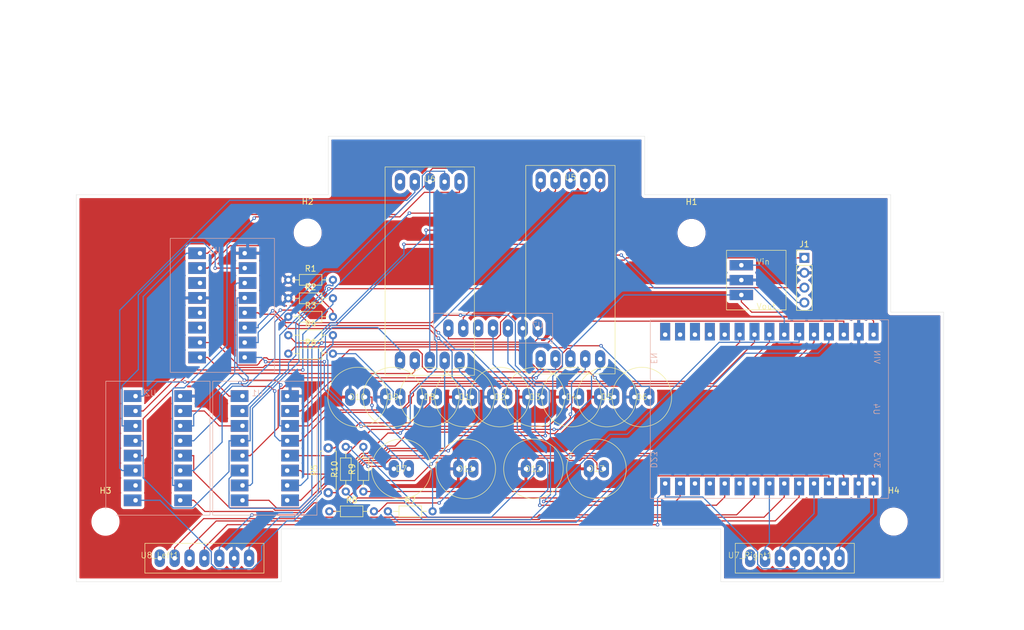
<source format=kicad_pcb>
(kicad_pcb (version 20240108) (generator "pcbnew") (generator_version "8.0")
  (layers (0 "F.Cu" signal) (31 "B.Cu" signal) (34 "B.Paste" user) (35 "F.Paste" user) (36 "B.SilkS" user "B.Silkscreen") (37 "F.SilkS" user "F.Silkscreen") (38 "B.Mask" user) (39 "F.Mask" user) (44 "Edge.Cuts" user))
  (net 0 "")
  (net 1 "GND")
  (net 2 "Net-(D1-A)")
  (net 3 "Net-(D2-A)")
  (net 4 "Net-(D3-A)")
  (net 5 "Net-(D4-A)")
  (net 6 "Net-(D5-A)")
  (net 7 "Net-(D6-A)")
  (net 8 "Net-(D7-A)")
  (net 9 "Net-(D8-A)")
  (net 10 "Net-(D9-A)")
  (net 11 "Net-(D10-A)")
  (net 12 "Net-(D11-A)")
  (net 13 "Net-(D12-A)")
  (net 14 "Net-(D13-A)")
  (net 15 "Net-(J1-Pin_3)")
  (net 16 "+12V")
  (net 17 "Net-(J1-Pin_1)")
  (net 18 "Net-(U1-R-EXT)")
  (net 19 "Net-(U2-R-EXT)")
  (net 20 "Net-(U3-R-EXT)")
  (net 21 "+3.3V")
  (net 22 "Net-(U4-D14)")
  (net 23 "Net-(U4-D13)")
  (net 24 "Net-(U4-D12)")
  (net 25 "Net-(U4-D2)")
  (net 26 "Net-(U4-D15)")
  (net 27 "Net-(U4-D27)")
  (net 28 "Net-(U1-~{OUT1})")
  (net 29 "Net-(U1-SDO)")
  (net 30 "+5V")
  (net 31 "Net-(U1-~{OUT2})")
  (net 32 "Net-(U1-CLK)")
  (net 33 "Net-(U1-~{OUT6})")
  (net 34 "Net-(U1-~{OUT3})")
  (net 35 "Net-(U1-~{OUT4})")
  (net 36 "Net-(U1-~{OE}(ED2))")
  (net 37 "Net-(U1-LE(ED1))")
  (net 38 "Net-(U1-~{OUT5})")
  (net 39 "Net-(U1-~{OUT0})")
  (net 40 "Net-(U1-SDI)")
  (net 41 "Net-(U2-~{OUT0})")
  (net 42 "Net-(U2-~{OUT2})")
  (net 43 "Net-(U2-~{OUT5})")
  (net 44 "Net-(U2-~{OUT7})")
  (net 45 "Net-(U2-SDO)")
  (net 46 "Net-(U1-~{OUT7})")
  (net 47 "Net-(U2-~{OUT3})")
  (net 48 "Net-(U2-~{OUT4})")
  (net 49 "Net-(U2-~{OUT1})")
  (net 53 "Net-(U4-TX2)")
  (net 54 "Net-(U4-D4)")
  (net 57 "Net-(U4-RX2)")
  (net 61 "Net-(U4-D23)")
  (net 62 "Net-(U4-D21)")
  (net 65 "Net-(U4-D18)")
  (net 66 "Net-(U4-D22)")
  (net 67 "Net-(U4-D5)")
  (net 69 "Net-(U2-~{OUT6})")
  (footprint "LED Custom:LED 5mm Vertical" (layer "F.Cu") (at 163.52 111.5)
    (property "Reference" "D4")
    (property "Value" "LED")
  )
  (footprint "LED Custom:LED 5mm Vertical" (layer "F.Cu") (at 151.27 111.5)
    (property "Reference" "D2")
    (property "Value" "LED")
  )
  (footprint "Resistor_THT:R_Axial_DIN0204_L3.6mm_D1.6mm_P7.62mm_Horizontal" (layer "F.Cu") (at 125 127.62 90)
    (property "Reference" "R10")
    (property "Value" "R")
  )
  (footprint "Connector_PinHeader_2.54mm:PinHeader_1x04_P2.54mm_Vertical" (layer "F.Cu") (at 203.25 87.75)
    (property "Reference" "J1")
    (property "Value" "Conn_01x04_Pin")
  )
  (footprint "Voltage Regulators:V78-1500 Tall" (layer "F.Cu") (at 192.5 86.46)
    (property "Reference" "U8" (hide yes))
    (property "Value" "~")
  )
  (footprint "LED Custom:LED 5mm Vertical" (layer "F.Cu") (at 145.27 111.5)
    (property "Reference" "D1")
    (property "Value" "LED")
  )
  (footprint "Resistor_THT:R_Axial_DIN0207_L6.3mm_D2.5mm_P7.62mm_Horizontal" (layer "F.Cu") (at 122 127.81 90)
    (property "Reference" "R5")
    (property "Value" "R")
  )
  (footprint "LED Custom:LED 5mm Vertical" (layer "F.Cu") (at 175.52 111.5)
    (property "Reference" "D6")
    (property "Value" "LED")
  )
  (footprint "LED Custom:LED 5mm Vertical" (layer "F.Cu") (at 167.77 123.75)
    (property "Reference" "D13")
    (property "Value" "LED")
  )
  (footprint "LED Custom:LED 5mm Vertical" (layer "F.Cu") (at 133.02 111.5)
    (property "Reference" "D9")
    (property "Value" "LED")
  )
  (footprint "Resistor_THT:R_Axial_DIN0204_L3.6mm_D1.6mm_P7.62mm_Horizontal" (layer "F.Cu") (at 115.19 94.65)
    (property "Reference" "R2")
    (property "Value" "R_US")
  )
  (footprint "7 segment led:baja 7 segment" (layer "F.Cu") (at 163.33 74.52)
    (property "Reference" "U5")
    (property "Value" "~")
  )
  (footprint "LED Custom:LED 5mm Vertical" (layer "F.Cu") (at 157.27 111.5)
    (property "Reference" "D3")
    (property "Value" "LED")
  )
  (footprint "Resistor_THT:R_Axial_DIN0204_L3.6mm_D1.6mm_P7.62mm_Horizontal" (layer "F.Cu") (at 115.19 97.8)
    (property "Reference" "R3")
    (property "Value" "R_US")
  )
  (footprint "MountingHole:MountingHole_4.3mm_M4" (layer "F.Cu") (at 184 83.5)
    (property "Reference" "H1")
    (property "Value" "MountingHole")
  )
  (footprint "Resistor_THT:R_Axial_DIN0204_L3.6mm_D1.6mm_P7.62mm_Horizontal" (layer "F.Cu") (at 115.19 91.5)
    (property "Reference" "R1")
    (property "Value" "R_US")
  )
  (footprint "LED Custom:LED 5mm Vertical" (layer "F.Cu") (at 157.02 123.75)
    (property "Reference" "D12")
    (property "Value" "LED")
  )
  (footprint "LED Custom:LED 5mm Vertical" (layer "F.Cu") (at 145.48 123.75)
    (property "Reference" "D11")
    (property "Value" "LED")
  )
  (footprint "Resistor_THT:R_Axial_DIN0204_L3.6mm_D1.6mm_P7.62mm_Horizontal" (layer "F.Cu") (at 115.19 100.95)
    (property "Reference" "R4")
    (property "Value" "R")
  )
  (footprint "LED Custom:LED 5mm Vertical" (layer "F.Cu") (at 139.27 111.5)
    (property "Reference" "D8")
    (property "Value" "LED")
  )
  (footprint "LED Custom:LED 5mm Vertical" (layer "F.Cu") (at 134.48 123.75)
    (property "Reference" "D7")
    (property "Value" "LED")
  )
  (footprint "7 segment led:baja 7 segment" (layer "F.Cu") (at 139.33 74.77)
    (property "Reference" "U6")
    (property "Value" "~")
  )
  (footprint "Resistor_THT:R_Axial_DIN0204_L3.6mm_D1.6mm_P7.62mm_Horizontal" (layer "F.Cu") (at 115.19 104.1)
    (property "Reference" "R6")
    (property "Value" "R")
  )
  (footprint "Custom Connectors:1x7 Connectors" (layer "F.Cu") (at 93.26 139)
    (property "Reference" "U8_Left1")
    (property "Value" "~")
  )
  (footprint "Resistor_THT:R_Axial_DIN0204_L3.6mm_D1.6mm_P7.62mm_Horizontal" (layer "F.Cu") (at 128 127.62 90)
    (property "Reference" "R9")
    (property "Value" "R")
  )
  (footprint "MountingHole:MountingHole_4.3mm_M4" (layer "F.Cu") (at 83.9972 132.7648)
    (property "Reference" "H3")
    (property "Value" "MountingHole")
  )
  (footprint "LED Custom:LED 5mm Vertical" (layer "F.Cu") (at 127.02 111.5)
    (property "Reference" "D10")
    (property "Value" "LED")
  )
  (footprint "MountingHole:MountingHole_4.3mm_M4" (layer "F.Cu") (at 218.5 132.75)
    (property "Reference" "H4")
    (property "Value" "MountingHole")
  )
  (footprint "Custom Connectors:1x7 Connectors" (layer "F.Cu") (at 194 139)
    (property "Reference" "U7_Right1")
    (property "Value" "~")
  )
  (footprint "Resistor_THT:R_Axial_DIN0204_L3.6mm_D1.6mm_P7.62mm_Horizontal" (layer "F.Cu") (at 132.19 131)
    (property "Reference" "R7")
    (property "Value" "R")
  )
  (footprint "MountingHole:MountingHole_4.3mm_M4" (layer "F.Cu") (at 118.5 83.4523)
    (property "Reference" "H2")
    (property "Value" "MountingHole")
  )
  (footprint "LED Custom:LED 5mm Vertical" (layer "F.Cu") (at 169.52 111.5)
    (property "Reference" "D5")
    (property "Value" "LED")
  )
  (footprint "Resistor_THT:R_Axial_DIN0204_L3.6mm_D1.6mm_P7.62mm_Horizontal" (layer "F.Cu") (at 122.19 131)
    (property "Reference" "R8")
    (property "Value" "R")
  )
  (footprint "Custom DIP:DIP 16" (layer "B.Cu") (at 91.67 111.34 180)
    (property "Reference" "U2")
    (property "Value" "TLC5917")
  )
  (footprint "ESP 32:ESP 32 BAJA" (layer "B.Cu") (at 215.06 113.55 90)
    (property "Reference" "U4")
    (property "Value" "~")
  )
  (footprint "Custom Connectors:1x7 Connectors" (layer "B.Cu") (at 157.75 99.75 180)
    (property "Reference" "U7")
    (property "Value" "~")
  )
  (footprint "Custom DIP:DIP 16" (layer "B.Cu") (at 102.67 86.96 180)
    (property "Reference" "U3")
    (property "Value" "TLC5917")
  )
  (footprint "Custom DIP:DIP 16" (layer "B.Cu") (at 109.92 111.34 180)
    (property "Reference" "U1")
    (property "Value" "TLC5917")
  )
  (gr_line (start 218 97) (end 218 77) (stroke (width 0.05)) (layer "Edge.Cuts"))
  (gr_line (start 114 143) (end 114 134) (stroke (width 0.05)) (layer "Edge.Cuts"))
  (gr_line (start 227 143) (end 227 97) (stroke (width 0.05)) (layer "Edge.Cuts"))
  (gr_line (start 218 77) (end 176 77) (stroke (width 0.05)) (layer "Edge.Cuts"))
  (gr_line (start 114 134) (end 189 134) (stroke (width 0.05)) (layer "Edge.Cuts"))
  (gr_line (start 176 77) (end 176 67) (stroke (width 0.05)) (layer "Edge.Cuts"))
  (gr_line (start 122 77) (end 79 77) (stroke (width 0.05)) (layer "Edge.Cuts"))
  (gr_line (start 189 143) (end 227 143) (stroke (width 0.05)) (layer "Edge.Cuts"))
  (gr_line (start 79 143) (end 114 143) (stroke (width 0.05)) (layer "Edge.Cuts"))
  (gr_line (start 227 97) (end 218 97) (stroke (width 0.05)) (layer "Edge.Cuts"))
  (gr_line (start 122 67) (end 122 77) (stroke (width 0.05)) (layer "Edge.Cuts"))
  (gr_line (start 189 134) (end 189 143) (stroke (width 0.05)) (layer "Edge.Cuts"))
  (gr_line (start 176 67) (end 122 67) (stroke (width 0.05)) (layer "Edge.Cuts"))
  (gr_line (start 79 77) (end 79 143) (stroke (width 0.05)) (layer "Edge.Cuts"))
  (segment (start 110.0517 97.12) (end 110.3047 97.373) (width 0.2) (layer "F.Cu") (net 2))
  (segment (start 139.1619 99.8048) (end 140.8097 101.4526) (width 0.2) (layer "F.Cu") (net 2))
  (segment (start 110.3047 97.373) (end 112.7747 97.373) (width 0.2) (layer "F.Cu") (net 2))
  (segment (start 112.7765 97.3712) (end 112.7766 97.3712) (width 0.2) (layer "F.Cu") (net 2))
  (segment (start 112.7766 97.3712) (end 115.2102 99.8048) (width 0.2) (layer "F.Cu") (net 2))
  (segment (start 107.75 97.12) (end 110.0517 97.12) (width 0.2) (layer "F.Cu") (net 2))
  (segment (start 115.2102 99.8048) (end 139.1619 99.8048) (width 0.2) (layer "F.Cu") (net 2))
  (segment (start 112.7747 97.373) (end 112.7765 97.3712) (width 0.2) (layer "F.Cu") (net 2))
  (via (at 140.8097 101.4526) (size 0.6) (drill 0.3) (layers "F.Cu" "B.Cu") (net 2))
  (segment (start 143.14 103.7829) (end 140.8097 101.4526) (width 0.2) (layer "B.Cu") (net 2))
  (segment (start 143.14 108.1) (end 143.14 103.7829) (width 0.2) (layer "B.Cu") (net 2))
  (segment (start 145.3633 111.5) (end 145.3633 110.3233) (width 0.2) (layer "B.Cu") (net 2))
  (segment (start 145.3633 110.3233) (end 143.14 108.1) (width 0.2) (layer "B.Cu") (net 2))
  (segment (start 146.54 111.5) (end 145.3633 111.5) (width 0.2) (layer "B.Cu") (net 2))
  (segment (start 113.0934 97.12) (end 114.7751 98.8017) (width 0.2) (layer "F.Cu") (net 3))
  (segment (start 116.483 98.8017) (end 116.98 99.2987) (width 0.2) (layer "F.Cu") (net 3))
  (segment (start 139.5817 99.2987) (end 140.8075 100.5245) (width 0.2) (layer "F.Cu") (net 3))
  (segment (start 116.98 99.2987) (end 139.5817 99.2987) (width 0.2) (layer "F.Cu") (net 3))
  (segment (start 114.7751 98.8017) (end 116.483 98.8017) (width 0.2) (layer "F.Cu") (net 3))
  (segment (start 113.0934 97.02) (end 113.0934 97.12) (width 0.2) (layer "F.Cu") (net 3))
  (segment (start 112.8447 96.7713) (end 113.0934 97.02) (width 0.2) (layer "F.Cu") (net 3))
  (segment (start 112.5255 96.7713) (end 112.8447 96.7713) (width 0.2) (layer "F.Cu") (net 3))
  (via (at 140.8075 100.5245) (size 0.6) (drill 0.3) (layers "F.Cu" "B.Cu") (net 3))
  (via (at 112.5255 96.7713) (size 0.6) (drill 0.3) (layers "F.Cu" "B.Cu") (net 3))
  (segment (start 107.75 99.66) (end 110.0517 99.66) (width 0.2) (layer "B.Cu") (net 3))
  (segment (start 110.0517 99.2451) (end 112.5255 96.7713) (width 0.2) (layer "B.Cu") (net 3))
  (segment (start 152.54 111.5) (end 152.54 109.6983) (width 0.2) (layer "B.Cu") (net 3))
  (segment (start 110.0517 99.66) (end 110.0517 99.2451) (width 0.2) (layer "B.Cu") (net 3))
  (segment (start 143.6424 103.3594) (end 146.2011 103.3594) (width 0.2) (layer "B.Cu") (net 3))
  (segment (start 146.2011 103.3594) (end 152.54 109.6983) (width 0.2) (layer "B.Cu") (net 3))
  (segment (start 140.8075 100.5245) (end 143.6424 103.3594) (width 0.2) (layer "B.Cu") (net 3))
  (segment (start 144.5787 97.5465) (end 140.9073 97.5465) (width 0.2) (layer "F.Cu") (net 4))
  (segment (start 139.6509 98.8029) (end 118.5925 98.8029) (width 0.2) (layer "F.Cu") (net 4))
  (segment (start 116.4488 96.6592) (end 113.847 96.6592) (width 0.2) (layer "F.Cu") (net 4))
  (segment (start 140.9073 97.5465) (end 139.6509 98.8029) (width 0.2) (layer "F.Cu") (net 4))
  (segment (start 118.5925 98.8029) (end 116.4488 96.6592) (width 0.2) (layer "F.Cu") (net 4))
  (via (at 113.847 96.6592) (size 0.6) (drill 0.3) (layers "F.Cu" "B.Cu") (net 4))
  (via (at 144.5787 97.5465) (size 0.6) (drill 0.3) (layers "F.Cu" "B.Cu") (net 4))
  (segment (start 110.0517 100.4545) (end 113.847 96.6592) (width 0.2) (layer "B.Cu") (net 4))
  (segment (start 153.94 98.712) (end 153.94 106.1249) (width 0.2) (layer "B.Cu") (net 4))
  (segment (start 144.5787 97.5465) (end 152.7745 97.5465) (width 0.2) (layer "B.Cu") (net 4))
  (segment (start 157.5134 109.6983) (end 158.54 109.6983) (width 0.2) (layer "B.Cu") (net 4))
  (segment (start 158.54 111.5) (end 158.54 109.6983) (width 0.2) (layer "B.Cu") (net 4))
  (segment (start 107.75 102.2) (end 110.0517 102.2) (width 0.2) (layer "B.Cu") (net 4))
  (segment (start 110.0517 102.2) (end 110.0517 100.4545) (width 0.2) (layer "B.Cu") (net 4))
  (segment (start 152.7745 97.5465) (end 153.94 98.712) (width 0.2) (layer "B.Cu") (net 4))
  (segment (start 153.94 106.1249) (end 157.5134 109.6983) (width 0.2) (layer "B.Cu") (net 4))
  (segment (start 111.3878 105.5264) (end 121.2938 105.5264) (width 0.2) (layer "F.Cu") (net 5))
  (segment (start 121.2938 105.5264) (end 121.3443 105.4759) (width 0.2) (layer "F.Cu") (net 5))
  (segment (start 127.6198 116.4954) (end 159.5914 116.4954) (width 0.2) (layer "F.Cu") (net 5))
  (segment (start 111.3264 105.465) (end 111.3878 105.5264) (width 0.2) (layer "F.Cu") (net 5))
  (segment (start 159.5914 116.4954) (end 163.6133 112.4735) (width 0.2) (layer "F.Cu") (net 5))
  (segment (start 163.6133 112.4735) (end 163.6133 111.5) (width 0.2) (layer "F.Cu") (net 5))
  (segment (start 164.79 111.5) (end 163.6133 111.5) (width 0.2) (layer "F.Cu") (net 5))
  (via (at 127.6198 116.4954) (size 0.6) (drill 0.3) (layers "F.Cu" "B.Cu") (net 5))
  (via (at 111.3264 105.465) (size 0.6) (drill 0.3) (layers "F.Cu" "B.Cu") (net 5))
  (via (at 121.3443 105.4759) (size 0.6) (drill 0.3) (layers "F.Cu" "B.Cu") (net 5))
  (segment (start 121.3443 110.2199) (end 127.6198 116.4954) (width 0.2) (layer "B.Cu") (net 5))
  (segment (start 121.3443 105.4759) (end 121.3443 110.2199) (width 0.2) (layer "B.Cu") (net 5))
  (segment (start 107.75 104.74) (end 110.6014 104.74) (width 0.2) (layer "B.Cu") (net 5))
  (segment (start 110.6014 104.74) (end 111.3264 105.465) (width 0.2) (layer "B.Cu") (net 5))
  (segment (start 100.13 104.74) (end 101.4317 104.74) (width 0.2) (layer "F.Cu") (net 6))
  (segment (start 138.06 104.1522) (end 138.06 106.3257) (width 0.2) (layer "F.Cu") (net 6))
  (segment (start 137.3487 103.4409) (end 138.06 104.1522) (width 0.2) (layer "F.Cu") (net 6))
  (segment (start 103.1456 106.4539) (end 110.91 106.4539) (width 0.2) (layer "F.Cu") (net 6))
  (segment (start 166.5468 107.2034) (end 167.5348 108.1914) (width 0.2) (layer "F.Cu") (net 6))
  (segment (start 138.06 106.3257) (end 138.9377 107.2034) (width 0.2) (layer "F.Cu") (net 6))
  (segment (start 110.91 106.4539) (end 111.2863 106.0776) (width 0.2) (layer "F.Cu") (net 6))
  (segment (start 138.9377 107.2034) (end 166.5468 107.2034) (width 0.2) (layer "F.Cu") (net 6))
  (segment (start 125.6118 103.4409) (end 137.3487 103.4409) (width 0.2) (layer "F.Cu") (net 6))
  (segment (start 101.4317 104.74) (end 103.1456 106.4539) (width 0.2) (layer "F.Cu") (net 6))
  (segment (start 111.2863 106.0776) (end 122.9751 106.0776) (width 0.2) (layer "F.Cu") (net 6))
  (segment (start 122.9751 106.0776) (end 125.6118 103.4409) (width 0.2) (layer "F.Cu") (net 6))
  (via (at 167.5348 108.1914) (size 0.6) (drill 0.3) (layers "F.Cu" "B.Cu") (net 6))
  (segment (start 170.79 111.5) (end 169.6133 111.5) (width 0.2) (layer "B.Cu") (net 6))
  (segment (start 169.6133 110.2699) (end 167.5348 108.1914) (width 0.2) (layer "B.Cu") (net 6))
  (segment (start 169.6133 111.5) (end 169.6133 110.2699) (width 0.2) (layer "B.Cu") (net 6))
  (segment (start 102.7834 102.2001) (end 102.7834 102.2) (width 0.2) (layer "F.Cu") (net 7))
  (segment (start 111.0159 104.8019) (end 110.2869 105.5309) (width 0.2) (layer "F.Cu") (net 7))
  (segment (start 111.5142 104.8019) (end 111.0159 104.8019) (width 0.2) (layer "F.Cu") (net 7))
  (segment (start 102.7834 102.2) (end 100.13 102.2) (width 0.2) (layer "F.Cu") (net 7))
  (segment (start 106.625 106.0417) (end 102.7834 102.2001) (width 0.2) (layer "F.Cu") (net 7))
  (segment (start 158.9297 103.0764) (end 158.7884 102.9351) (width 0.2) (layer "F.Cu") (net 7))
  (segment (start 109.9039 106.0417) (end 106.625 106.0417) (width 0.2) (layer "F.Cu") (net 7))
  (segment (start 110.2869 105.6587) (end 109.9039 106.0417) (width 0.2) (layer "F.Cu") (net 7))
  (segment (start 122.5268 102.9351) (end 120.3602 105.1017) (width 0.2) (layer "F.Cu") (net 7))
  (segment (start 158.7884 102.9351) (end 122.5268 102.9351) (width 0.2) (layer "F.Cu") (net 7))
  (segment (start 120.3602 105.1017) (end 111.814 105.1017) (width 0.2) (layer "F.Cu") (net 7))
  (segment (start 111.814 105.1017) (end 111.5142 104.8019) (width 0.2) (layer "F.Cu") (net 7))
  (segment (start 162.378 103.0764) (end 158.9297 103.0764) (width 0.2) (layer "F.Cu") (net 7))
  (segment (start 110.2869 105.5309) (end 110.2869 105.6587) (width 0.2) (layer "F.Cu") (net 7))
  (segment (start 162.7075 102.7469) (end 162.378 103.0764) (width 0.2) (layer "F.Cu") (net 7))
  (segment (start 168.5547 102.7469) (end 162.7075 102.7469) (width 0.2) (layer "F.Cu") (net 7))
  (via (at 168.5547 102.7469) (size 0.6) (drill 0.3) (layers "F.Cu" "B.Cu") (net 7))
  (segment (start 176.79 111.5) (end 176.79 109.6983) (width 0.2) (layer "B.Cu") (net 7))
  (segment (start 175.5061 109.6983) (end 168.5547 102.7469) (width 0.2) (layer "B.Cu") (net 7))
  (segment (start 176.79 109.6983) (end 175.5061 109.6983) (width 0.2) (layer "B.Cu") (net 7))
  (segment (start 134.5733 123.75) (end 134.5733 122.598) (width 0.2) (layer "B.Cu") (net 8))
  (segment (start 122.81 102.5197) (end 122.81 101.9517) (width 0.2) (layer "B.Cu") (net 8))
  (segment (start 121.946 105.2267) (end 121.7902 105.0709) (width 0.2) (layer "B.Cu") (net 8))
  (segment (start 121.7902 105.0709) (end 121.7902 103.5395) (width 0.2) (layer "B.Cu") (net 8))
  (segment (start 135.75 123.75) (end 134.5733 123.75) (width 0.2) (layer "B.Cu") (net 8))
  (segment (start 127.869 115.8937) (end 127.8416 115.8937) (width 0.2) (layer "B.Cu") (net 8))
  (segment (start 121.7902 103.5395) (end 122.81 102.5197) (width 0.2) (layer "B.Cu") (net 8))
  (segment (start 127.8416 115.8937) (end 121.946 109.9981) (width 0.2) (layer "B.Cu") (net 8))
  (segment (start 134.5733 122.598) (end 127.869 115.8937) (width 0.2) (layer "B.Cu") (net 8))
  (segment (start 122.81 100.95) (end 122.81 101.9517) (width 0.2) (layer "B.Cu") (net 8))
  (segment (start 121.946 109.9981) (end 121.946 105.2267) (width 0.2) (layer "B.Cu") (net 8))
  (segment (start 135.9431 115.8937) (end 127.3707 115.8937) (width 0.2) (layer "F.Cu") (net 9))
  (segment (start 123.1017 120.1627) (end 123.1017 120.19) (width 0.2) (layer "F.Cu") (net 9))
  (segment (start 127.3707 115.8937) (end 123.1017 120.1627) (width 0.2) (layer "F.Cu") (net 9))
  (segment (start 139.3633 112.4735) (end 135.9431 115.8937) (width 0.2) (layer "F.Cu") (net 9))
  (segment (start 140.54 111.5) (end 139.3633 111.5) (width 0.2) (layer "F.Cu") (net 9))
  (segment (start 122 120.19) (end 123.1017 120.19) (width 0.2) (layer "F.Cu") (net 9))
  (segment (start 139.3633 111.5) (end 139.3633 112.4735) (width 0.2) (layer "F.Cu") (net 9))
  (segment (start 133.1133 110.5265) (end 133.1133 111.5) (width 0.2) (layer "B.Cu") (net 10))
  (segment (start 126.6868 104.1) (end 133.1133 110.5265) (width 0.2) (layer "B.Cu") (net 10))
  (segment (start 122.81 104.1) (end 126.6868 104.1) (width 0.2) (layer "B.Cu") (net 10))
  (segment (start 134.29 111.5) (end 133.1133 111.5) (width 0.2) (layer "B.Cu") (net 10))
  (segment (start 128.29 111.5) (end 129.4667 111.5) (width 0.2) (layer "F.Cu") (net 11))
  (segment (start 129.4667 112.9092) (end 129.4667 111.5) (width 0.2) (layer "F.Cu") (net 11))
  (via (at 129.4667 112.9092) (size 0.6) (drill 0.3) (layers "F.Cu" "B.Cu") (net 11))
  (segment (start 139.81 124.0008) (end 139.81 131) (width 0.2) (layer "B.Cu") (net 11))
  (segment (start 129.4667 112.9092) (end 129.4667 113.6575) (width 0.2) (layer "B.Cu") (net 11))
  (segment (start 129.4667 113.6575) (end 139.81 124.0008) (width 0.2) (layer "B.Cu") (net 11))
  (segment (start 140.9292 129.5708) (end 132.0746 129.5708) (width 0.2) (layer "F.Cu") (net 12))
  (segment (start 129.81 131) (end 130.6454 131) (width 0.2) (layer "F.Cu") (net 12))
  (segment (start 132.0746 129.5708) (end 130.6454 131) (width 0.2) (layer "F.Cu") (net 12))
  (via (at 140.9292 129.5708) (size 0.6) (drill 0.3) (layers "F.Cu" "B.Cu") (net 12))
  (segment (start 145.5733 124.9267) (end 140.9292 129.5708) (width 0.2) (layer "B.Cu") (net 12))
  (segment (start 145.5733 123.75) (end 145.5733 124.9267) (width 0.2) (layer "B.Cu") (net 12))
  (segment (start 146.75 123.75) (end 145.5733 123.75) (width 0.2) (layer "B.Cu") (net 12))
  (segment (start 149.8192 132.0155) (end 139.0138 132.0155) (width 0.2) (layer "B.Cu") (net 13))
  (segment (start 128 120) (end 128 121.0017) (width 0.2) (layer "B.Cu") (net 13))
  (segment (start 157.1133 123.75) (end 157.1133 124.7214) (width 0.2) (layer "B.Cu") (net 13))
  (segment (start 157.1133 124.7214) (end 149.8192 132.0155) (width 0.2) (layer "B.Cu") (net 13))
  (segment (start 158.29 123.75) (end 157.1133 123.75) (width 0.2) (layer "B.Cu") (net 13))
  (segment (start 139.0138 132.0155) (end 128 121.0017) (width 0.2) (layer "B.Cu") (net 13))
  (segment (start 164.9756 122.3267) (end 165.3757 121.9266) (width 0.2) (layer "F.Cu") (net 14))
  (segment (start 163.1249 122.3267) (end 164.9756 122.3267) (width 0.2) (layer "F.Cu") (net 14))
  (segment (start 162.7248 121.9266) (end 163.1249 122.3267) (width 0.2) (layer "F.Cu") (net 14))
  (segment (start 128.8084 123.3303) (end 131.2906 123.3303) (width 0.2) (layer "F.Cu") (net 14))
  (segment (start 167.0134 121.9266) (end 167.8633 122.7765) (width 0.2) (layer "F.Cu") (net 14))
  (segment (start 167.8633 122.7765) (end 167.8633 123.75) (width 0.2) (layer "F.Cu") (net 14))
  (segment (start 131.2906 123.3303) (end 132.6943 121.9266) (width 0.2) (layer "F.Cu") (net 14))
  (segment (start 169.04 123.75) (end 167.8633 123.75) (width 0.2) (layer "F.Cu") (net 14))
  (segment (start 132.6943 121.9266) (end 162.7248 121.9266) (width 0.2) (layer "F.Cu") (net 14))
  (segment (start 165.3757 121.9266) (end 167.0134 121.9266) (width 0.2) (layer "F.Cu") (net 14))
  (via (at 128.8084 123.3303) (size 0.6) (drill 0.3) (layers "F.Cu" "B.Cu") (net 14))
  (segment (start 126.0017 120) (end 126.0017 120.5236) (width 0.2) (layer "B.Cu") (net 14))
  (segment (start 125 120) (end 126.0017 120) (width 0.2) (layer "B.Cu") (net 14))
  (segment (start 126.0017 120.5236) (end 128.8084 123.3303) (width 0.2) (layer "B.Cu") (net 14))
  (segment (start 157.2975 92.83) (end 151.4 98.7275) (width 0.2) (layer "F.Cu") (net 15))
  (segment (start 142.51 99.75) (end 142.51 101.5517) (width 0.2) (layer "F.Cu") (net 15))
  (segment (start 150.6928 101.5517) (end 142.51 101.5517) (width 0.2) (layer "F.Cu") (net 15))
  (segment (start 151.4 100.8445) (end 150.6928 101.5517) (width 0.2) (layer "F.Cu") (net 15))
  (segment (start 151.4 98.7275) (end 151.4 100.8445) (width 0.2) (layer "F.Cu") (net 15))
  (segment (start 203.25 92.83) (end 157.2975 92.83) (width 0.2) (layer "F.Cu") (net 15))
  (segment (start 192.5 89) (end 195.7283 89) (width 0.2) (layer "B.Cu") (net 16))
  (segment (start 203.25 95.37) (end 202.0983 95.37) (width 0.2) (layer "B.Cu") (net 16))
  (segment (start 195.7283 89) (end 202.0983 95.37) (width 0.2) (layer "B.Cu") (net 16))
  (segment (start 172.8992 87.75) (end 203.25 87.75) (width 0.2) (layer "F.Cu") (net 17))
  (segment (start 145.05 97.9483) (end 154.8642 88.1341) (width 0.2) (layer "F.Cu") (net 17))
  (segment (start 145.05 99.75) (end 145.05 97.9483) (width 0.2) (layer "F.Cu") (net 17))
  (segment (start 172.5151 88.1341) (end 172.8992 87.75) (width 0.2) (layer "F.Cu") (net 17))
  (segment (start 154.8642 88.1341) (end 172.5151 88.1341) (width 0.2) (layer "F.Cu") (net 17))
  (segment (start 121.8672 92.408) (end 121.5146 92.7606) (width 0.2) (layer "B.Cu") (net 18))
  (segment (start 122.81 91.5) (end 122.81 92.5017) (width 0.2) (layer "B.Cu") (net 18))
  (segment (start 122.4592 92.5017) (end 122.3655 92.408) (width 0.2) (layer "B.Cu") (net 18))
  (segment (start 122.3655 92.408) (end 121.8672 92.408) (width 0.2) (layer "B.Cu") (net 18))
  (segment (start 121.5146 93.172) (end 113.7392 100.9474) (width 0.2) (layer "B.Cu") (net 18))
  (segment (start 121.5146 92.7606) (end 121.5146 93.172) (width 0.2) (layer "B.Cu") (net 18))
  (segment (start 122.81 92.5017) (end 122.4592 92.5017) (width 0.2) (layer "B.Cu") (net 18))
  (segment (start 113.7392 100.9474) (end 113.7392 107.5208) (width 0.2) (layer "B.Cu") (net 18))
  (segment (start 113.7392 107.5208) (end 107.38 113.88) (width 0.2) (layer "B.Cu") (net 18))
  (segment (start 97.4279 106.8838) (end 117.6673 106.8838) (width 0.2) (layer "F.Cu") (net 19))
  (segment (start 89.13 113.88) (end 90.4317 113.88) (width 0.2) (layer "F.Cu") (net 19))
  (segment (start 90.4317 113.88) (end 97.4279 106.8838) (width 0.2) (layer "F.Cu") (net 19))
  (via (at 117.6673 106.8838) (size 0.6) (drill 0.3) (layers "F.Cu" "B.Cu") (net 19))
  (segment (start 122.81 94.65) (end 122.81 95.6517) (width 0.2) (layer "B.Cu") (net 19))
  (segment (start 117.6673 100.7944) (end 117.6673 106.8838) (width 0.2) (layer "B.Cu") (net 19))
  (segment (start 122.81 95.6517) (end 117.6673 100.7944) (width 0.2) (layer "B.Cu") (net 19))
  (segment (start 122.81 96.7983) (end 111.67 85.6583) (width 0.2) (layer "F.Cu") (net 20))
  (segment (start 122.81 97.8) (end 122.81 96.7983) (width 0.2) (layer "F.Cu") (net 20))
  (segment (start 105.2734 85.6583) (end 101.4317 89.5) (width 0.2) (layer "F.Cu") (net 20))
  (segment (start 100.13 89.5) (end 101.4317 89.5) (width 0.2) (layer "F.Cu") (net 20))
  (segment (start 111.67 85.6583) (end 105.2734 85.6583) (width 0.2) (layer "F.Cu") (net 20))
  (segment (start 157.75 101.5517) (end 157.17 102.1317) (width 0.2) (layer "F.Cu") (net 21))
  (segment (start 157.17 102.1317) (end 121.0434 102.1317) (width 0.2) (layer "F.Cu") (net 21))
  (segment (start 157.75 99.75) (end 157.75 101.5517) (width 0.2) (layer "F.Cu") (net 21))
  (segment (start 163.374 121.725) (end 163.5756 121.5234) (width 0.2) (layer "F.Cu") (net 21))
  (segment (start 163.5756 121.5234) (end 211.6351 121.5234) (width 0.2) (layer "F.Cu") (net 21))
  (segment (start 115.19 100.95) (end 116.5168 102.2768) (width 0.2) (layer "F.Cu") (net 21))
  (segment (start 116.5168 102.2768) (end 120.8983 102.2768) (width 0.2) (layer "F.Cu") (net 21))
  (segment (start 215.06 126.25) (end 215.06 124.9483) (width 0.2) (layer "F.Cu") (net 21))
  (segment (start 211.6351 121.5234) (end 215.06 124.9483) (width 0.2) (layer "F.Cu") (net 21))
  (segment (start 121.0434 102.1317) (end 120.8983 102.2768) (width 0.2) (layer "F.Cu") (net 21))
  (via (at 163.374 121.725) (size 0.6) (drill 0.3) (layers "F.Cu" "B.Cu") (net 21))
  (via (at 120.8983 102.2768) (size 0.6) (drill 0.3) (layers "F.Cu" "B.Cu") (net 21))
  (segment (start 113.7425 131.9558) (end 108.5 137.1983) (width 0.2) (layer "B.Cu") (net 21))
  (segment (start 159.917 115.08) (end 160.3187 114.6783) (width 0.2) (layer "B.Cu") (net 21))
  (segment (start 161.9787 103.8458) (end 159.6846 101.5517) (width 0.2) (layer "B.Cu") (net 21))
  (segment (start 161.9787 106.298) (end 161.9787 103.8458) (width 0.2) (layer "B.Cu") (net 21))
  (segment (start 108.5 139) (end 108.5 137.1983) (width 0.2) (layer "B.Cu") (net 21))
  (segment (start 157.75 99.75) (end 157.75 101.5517) (width 0.2) (layer "B.Cu") (net 21))
  (segment (start 120.3409 102.8342) (end 120.3409 127.7821) (width 0.2) (layer "B.Cu") (net 21))
  (segment (start 209.24 137.1983) (end 215.06 131.3783) (width 0.2) (layer "B.Cu") (net 21))
  (segment (start 163.374 121.725) (end 159.917 118.268) (width 0.2) (layer "B.Cu") (net 21))
  (segment (start 215.06 131.3783) (end 215.06 126.25) (width 0.2) (layer "B.Cu") (net 21))
  (segment (start 116.2345 131.9558) (end 113.7425 131.9558) (width 0.2) (layer "B.Cu") (net 21))
  (segment (start 120.3745 127.8157) (end 120.3745 127.8158) (width 0.2) (layer "B.Cu") (net 21))
  (segment (start 160.3187 114.6783) (end 160.3187 107.958) (width 0.2) (layer "B.Cu") (net 21))
  (segment (start 120.3745 127.8158) (end 116.2345 131.9558) (width 0.2) (layer "B.Cu") (net 21))
  (segment (start 159.6846 101.5517) (end 157.75 101.5517) (width 0.2) (layer "B.Cu") (net 21))
  (segment (start 160.3187 107.958) (end 161.9787 106.298) (width 0.2) (layer "B.Cu") (net 21))
  (segment (start 209.24 138.0991) (end 209.24 137.5974) (width 0.2) (layer "B.Cu") (net 21))
  (segment (start 120.3409 127.7821) (end 120.3745 127.8157) (width 0.2) (layer "B.Cu") (net 21))
  (segment (start 159.917 118.268) (end 159.917 115.08) (width 0.2) (layer "B.Cu") (net 21))
  (segment (start 209.24 139) (end 209.24 138.0991) (width 0.2) (layer "B.Cu") (net 21))
  (segment (start 120.8983 102.2768) (end 120.3409 102.8342) (width 0.2) (layer "B.Cu") (net 21))
  (segment (start 209.24 137.5974) (end 209.24 137.1983) (width 0.2) (layer "B.Cu") (net 21))
  (segment (start 162.7249 121.5233) (end 162.7249 121.5234) (width 0.2) (layer "F.Cu") (net 22))
  (segment (start 204.9 100.85) (end 204.9 102.1517) (width 0.2) (layer "F.Cu") (net 22))
  (segment (start 204.9 102.1517) (end 185.93 121.1217) (width 0.2) (layer "F.Cu") (net 22))
  (segment (start 131.0193 122.7285) (end 128.3557 122.7285) (width 0.2) (layer "F.Cu") (net 22))
  (segment (start 162.7249 121.5234) (end 132.2244 121.5234) (width 0.2) (layer "F.Cu") (net 22))
  (segment (start 123.2742 127.81) (end 122 127.81) (width 0.2) (layer "F.Cu") (net 22))
  (segment (start 185.93 121.1217) (end 163.1265 121.1217) (width 0.2) (layer "F.Cu") (net 22))
  (segment (start 163.1265 121.1217) (end 162.7249 121.5233) (width 0.2) (layer "F.Cu") (net 22))
  (segment (start 128.3557 122.7285) (end 123.2742 127.81) (width 0.2) (layer "F.Cu") (net 22))
  (segment (start 132.2244 121.5234) (end 131.0193 122.7285) (width 0.2) (layer "F.Cu") (net 22))
  (segment (start 122.3605 102.5334) (end 121.9603 102.9336) (width 0.2) (layer "F.Cu") (net 23))
  (segment (start 116.3564 102.9336) (end 115.19 104.1) (width 0.2) (layer "F.Cu") (net 23))
  (segment (start 163.175 98.5483) (end 159.1899 102.5334) (width 0.2) (layer "F.Cu") (net 23))
  (segment (start 209.98 100.85) (end 209.98 98.5483) (width 0.2) (layer "F.Cu") (net 23))
  (segment (start 159.1899 102.5334) (end 122.3605 102.5334) (width 0.2) (layer "F.Cu") (net 23))
  (segment (start 121.9603 102.9336) (end 116.3564 102.9336) (width 0.2) (layer "F.Cu") (net 23))
  (segment (start 209.98 98.5483) (end 163.175 98.5483) (width 0.2) (layer "F.Cu") (net 23))
  (segment (start 193.153 104.0247) (end 205.567 104.0247) (width 0.2) (layer "B.Cu") (net 24))
  (segment (start 207.44 100.85) (end 207.44 102.1517) (width 0.2) (layer "B.Cu") (net 24))
  (segment (start 164.304 132.8737) (end 193.153 104.0247) (width 0.2) (layer "B.Cu") (net 24))
  (segment (start 132.19 131) (end 134.0637 132.8737) (width 0.2) (layer "B.Cu") (net 24))
  (segment (start 205.567 104.0247) (end 207.44 102.1517) (width 0.2) (layer "B.Cu") (net 24))
  (segment (start 134.0637 132.8737) (end 164.304 132.8737) (width 0.2) (layer "B.Cu") (net 24))
  (segment (start 177.6938 124.9483) (end 207.44 124.9483) (width 0.2) (layer "F.Cu") (net 25))
  (segment (start 124.6705 131) (end 126.9543 128.7162) (width 0.2) (layer "F.Cu") (net 25))
  (segment (start 126.9543 128.7162) (end 173.9259 128.7162) (width 0.2) (layer "F.Cu") (net 25))
  (segment (start 122.19 131) (end 124.6705 131) (width 0.2) (layer "F.Cu") (net 25))
  (segment (start 207.44 126.25) (end 207.44 124.9483) (width 0.2) (layer "F.Cu") (net 25))
  (segment (start 173.9259 128.7162) (end 177.6938 124.9483) (width 0.2) (layer "F.Cu") (net 25))
  (segment (start 209.5279 124.4962) (end 209.98 124.9483) (width 0.2) (layer "F.Cu") (net 26))
  (segment (start 209.98 126.25) (end 209.98 124.9483) (width 0.2) (layer "F.Cu") (net 26))
  (segment (start 173.3541 127.62) (end 176.4779 124.4962) (width 0.2) (layer "F.Cu") (net 26))
  (segment (start 128 127.62) (end 173.3541 127.62) (width 0.2) (layer "F.Cu") (net 26))
  (segment (start 176.4779 124.4962) (end 209.5279 124.4962) (width 0.2) (layer "F.Cu") (net 26))
  (segment (start 156.5294 132.4208) (end 160.8292 128.121) (width 0.2) (layer "B.Cu") (net 27))
  (segment (start 125 127.62) (end 126.5587 129.1787) (width 0.2) (layer "B.Cu") (net 27))
  (segment (start 138.1291 132.4208) (end 156.5294 132.4208) (width 0.2) (layer "B.Cu") (net 27))
  (segment (start 188.7133 102.1517) (end 202.36 102.1517) (width 0.2) (layer "B.Cu") (net 27))
  (segment (start 160.8292 127.127) (end 170.092 117.8642) (width 0.2) (layer "B.Cu") (net 27))
  (segment (start 126.5587 129.1787) (end 134.887 129.1787) (width 0.2) (layer "B.Cu") (net 27))
  (segment (start 202.36 100.85) (end 202.36 102.1517) (width 0.2) (layer "B.Cu") (net 27))
  (segment (start 160.8292 128.121) (end 160.8292 127.127) (width 0.2) (layer "B.Cu") (net 27))
  (segment (start 173.0008 117.8642) (end 188.7133 102.1517) (width 0.2) (layer "B.Cu") (net 27))
  (segment (start 170.092 117.8642) (end 173.0008 117.8642) (width 0.2) (layer "B.Cu") (net 27))
  (segment (start 134.887 129.1787) (end 138.1291 132.4208) (width 0.2) (layer "B.Cu") (net 27))
  (segment (start 134.3024 117.6364) (end 132.1907 117.6364) (width 0.2) (layer "F.Cu") (net 28))
  (segment (start 127.6905 121.1217) (end 124.1633 124.6489) (width 0.2) (layer "F.Cu") (net 28))
  (segment (start 132.1907 117.6364) (end 128.7054 121.1217) (width 0.2) (layer "F.Cu") (net 28))
  (segment (start 128.7054 121.1217) (end 127.6905 121.1217) (width 0.2) (layer "F.Cu") (net 28))
  (segment (start 115 124.04) (end 117.3017 124.04) (width 0.2) (layer "F.Cu") (net 28))
  (segment (start 117.9106 124.6489) (end 117.3017 124.04) (width 0.2) (layer "F.Cu") (net 28))
  (segment (start 124.1633 124.6489) (end 117.9106 124.6489) (width 0.2) (layer "F.Cu") (net 28))
  (via (at 134.3024 117.6364) (size 0.6) (drill 0.3) (layers "F.Cu" "B.Cu") (net 28))
  (segment (start 165.87 76.3217) (end 163.6216 76.3217) (width 0.2) (layer "B.Cu") (net 28))
  (segment (start 136.0035 115.9353) (end 134.3024 117.6364) (width 0.2) (layer "B.Cu") (net 28))
  (segment (start 140.2058 101.729) (end 140.5324 102.0556) (width 0.2) (layer "B.Cu") (net 28))
  (segment (start 163.6216 76.3217) (end 140.2058 99.7375) (width 0.2) (layer "B.Cu") (net 28))
  (segment (start 165.87 74.52) (end 165.87 76.3217) (width 0.2) (layer "B.Cu") (net 28))
  (segment (start 136.0035 111.1231) (end 136.0035 115.9353) (width 0.2) (layer "B.Cu") (net 28))
  (segment (start 140.2058 99.7375) (end 140.2058 101.729) (width 0.2) (layer "B.Cu") (net 28))
  (segment (start 140.5324 106.5942) (end 136.0035 111.1231) (width 0.2) (layer "B.Cu") (net 28))
  (segment (start 140.5324 102.0556) (end 140.5324 106.5942) (width 0.2) (layer "B.Cu") (net 28))
  (segment (start 107.38 116.42) (end 103.4077 116.42) (width 0.2) (layer "F.Cu") (net 29))
  (segment (start 100.8677 113.88) (end 96.75 113.88) (width 0.2) (layer "F.Cu") (net 29))
  (segment (start 103.4077 116.42) (end 100.8677 113.88) (width 0.2) (layer "F.Cu") (net 29))
  (segment (start 139.8311 72.4672) (end 139.33 72.9683) (width 0.2) (layer "F.Cu") (net 30))
  (segment (start 108.0428 80.3489) (end 101.4317 86.96) (width 0.2) (layer "F.Cu") (net 30))
  (segment (start 102.6687 108.9304) (end 97.5428 108.9304) (width 0.2) (layer "F.Cu") (net 30))
  (segment (start 161.2774 106.8017) (end 161.9667 106.1124) (width 0.2) (layer "F.Cu") (net 30))
  (segment (start 215.06 100.85) (end 215.06 98.5483) (width 0.2) (layer "F.Cu") (net 30))
  (segment (start 163.33 105) (end 163.33 103.1983) (width 0.2) (layer "F.Cu") (net 30))
  (segment (start 133.586 80.3489) (end 108.0428 80.3489) (width 0.2) (layer "F.Cu") (net 30))
  (segment (start 139.33 74.5019) (end 139.33 72.9683) (width 0.2) (layer "F.Cu") (net 30))
  (segment (start 139.33 74.77) (end 139.33 74.5169) (width 0.2) (layer "F.Cu") (net 30))
  (segment (start 100.13 86.96) (end 101.4317 86.96) (width 0.2) (layer "F.Cu") (net 30))
  (segment (start 163.0789 72.4672) (end 139.8311 72.4672) (width 0.2) (layer "F.Cu") (net 30))
  (segment (start 194.2651 97.0218) (end 192.5 95.2567) (width 0.2) (layer "F.Cu") (net 30))
  (segment (start 139.33 103.4483) (end 154.4092 103.4483) (width 0.2) (layer "F.Cu") (net 30))
  (segment (start 163.33 74.52) (end 163.33 72.7183) (width 0.2) (layer "F.Cu") (net 30))
  (segment (start 105.0783 111.34) (end 102.6687 108.9304) (width 0.2) (layer "F.Cu") (net 30))
  (segment (start 157.7626 106.8017) (end 161.2774 106.8017) (width 0.2) (layer "F.Cu") (net 30))
  (segment (start 163.33 72.7183) (end 163.0789 72.4672) (width 0.2) (layer "F.Cu") (net 30))
  (segment (start 139.33 74.5019) (end 139.33 74.5169) (width 0.2) (layer "F.Cu") (net 30))
  (segment (start 139.33 105.25) (end 139.33 103.4483) (width 0.2) (layer "F.Cu") (net 30))
  (segment (start 213.5335 97.0218) (end 194.2651 97.0218) (width 0.2) (layer "F.Cu") (net 30))
  (segment (start 154.4092 103.4483) (end 157.7626 106.8017) (width 0.2) (layer "F.Cu") (net 30))
  (segment (start 107.38 111.34) (end 105.0783 111.34) (width 0.2) (layer "F.Cu") (net 30))
  (segment (start 161.9667 104.0557) (end 162.8241 103.1983) (width 0.2) (layer "F.Cu") (net 30))
  (segment (start 215.06 98.5483) (end 213.5335 97.0218) (width 0.2) (layer "F.Cu") (net 30))
  (segment (start 161.9667 106.1124) (end 161.9667 104.0557) (width 0.2) (layer "F.Cu") (net 30))
  (segment (start 139.33 74.5169) (end 139.33 74.6049) (width 0.2) (layer "F.Cu") (net 30))
  (segment (start 139.33 74.6049) (end 133.586 80.3489) (width 0.2) (layer "F.Cu") (net 30))
  (segment (start 192.5 94.08) (end 192.5 95.2567) (width 0.2) (layer "F.Cu") (net 30))
  (segment (start 162.8241 103.1983) (end 163.33 103.1983) (width 0.2) (layer "F.Cu") (net 30))
  (via (at 97.5428 108.9304) (size 0.6) (drill 0.3) (layers "F.Cu" "B.Cu") (net 30))
  (segment (start 100.13 86.96) (end 97.8283 86.96) (width 0.2) (layer "B.Cu") (net 30))
  (segment (start 172.4483 94.08) (end 163.33 103.1983) (width 0.2) (layer "B.Cu") (net 30))
  (segment (start 192.5 94.08) (end 172.4483 94.08) (width 0.2) (layer "B.Cu") (net 30))
  (segment (start 89.13 111.34) (end 90.4317 111.34) (width 0.2) (layer "B.Cu") (net 30))
  (segment (start 92.8413 108.9304) (end 90.4317 111.34) (width 0.2) (layer "B.Cu") (net 30))
  (segment (start 90.4317 111.34) (end 90.4317 94.3566) (width 0.2) (layer "B.Cu") (net 30))
  (segment (start 139.33 74.77) (end 139.33 105.25) (width 0.2) (layer "B.Cu") (net 30))
  (segment (start 163.33 105) (end 163.33 103.1983) (width 0.2) (layer "B.Cu") (net 30))
  (segment (start 97.5428 108.9304) (end 92.8413 108.9304) (width 0.2) (layer "B.Cu") (net 30))
  (segment (start 90.4317 94.3566) (end 97.8283 86.96) (width 0.2) (layer "B.Cu") (net 30))
  (segment (start 168.41 74.52) (end 168.41 76.3217) (width 0.2) (layer "F.Cu") (net 31))
  (segment (start 168.41 76.3217) (end 159.2897 85.442) (width 0.2) (layer "F.Cu") (net 31))
  (segment (start 159.2897 85.442) (end 134.921 85.442) (width 0.2) (layer "F.Cu") (net 31))
  (via (at 134.921 85.442) (size 0.6) (drill 0.3) (layers "F.Cu" "B.Cu") (net 31))
  (segment (start 123.2008 98.8363) (end 134.921 87.1161) (width 0.2) (layer "B.Cu") (net 31))
  (segment (start 134.921 87.1161) (end 134.921 85.442) (width 0.2) (layer "B.Cu") (net 31))
  (segment (start 117.3017 126.58) (end 118.5221 125.3596) (width 0.2) (layer "B.Cu") (net 31))
  (segment (start 122.3499 98.8363) (end 123.2008 98.8363) (width 0.2) (layer "B.Cu") (net 31))
  (segment (start 118.5221 125.3596) (end 118.5221 102.6641) (width 0.2) (layer "B.Cu") (net 31))
  (segment (start 115 126.58) (end 117.3017 126.58) (width 0.2) (layer "B.Cu") (net 31))
  (segment (start 118.5221 102.6641) (end 122.3499 98.8363) (width 0.2) (layer "B.Cu") (net 31))
  (segment (start 194.74 100.85) (end 194.74 102.1517) (width 0.2) (layer "F.Cu") (net 32))
  (segment (start 107.7069 108.6331) (end 113.1105 108.6331) (width 0.2) (layer "F.Cu") (net 32))
  (segment (start 134.4582 113.7142) (end 135.753 112.4194) (width 0.2) (layer "F.Cu") (net 32))
  (segment (start 113.1105 108.6331) (end 113.9108 109.4334) (width 0.2) (layer "F.Cu") (net 32))
  (segment (start 136.0036 110.8961) (end 136.0036 110.613) (width 0.2) (layer "F.Cu") (net 32))
  (segment (start 136.0276 111.1549) (end 136.1037 111.0788) (width 0.2) (layer "F.Cu") (net 32))
  (segment (start 136.0036 110.613) (end 137.4018 109.2148) (width 0.2) (layer "F.Cu") (net 32))
  (segment (start 135.753 111.2881) (end 135.8862 111.1549) (width 0.2) (layer "F.Cu") (net 32))
  (segment (start 118.6843 116.42) (end 121.3901 113.7142) (width 0.2) (layer "F.Cu") (net 32))
  (segment (start 115 116.42) (end 118.6843 116.42) (width 0.2) (layer "F.Cu") (net 32))
  (segment (start 135.753 112.4194) (end 135.753 111.2881) (width 0.2) (layer "F.Cu") (net 32))
  (segment (start 135.8862 111.1549) (end 136.0276 111.1549) (width 0.2) (layer "F.Cu") (net 32))
  (segment (start 137.4018 109.2148) (end 187.6769 109.2148) (width 0.2) (layer "F.Cu") (net 32))
  (segment (start 121.3901 113.7142) (end 134.4582 113.7142) (width 0.2) (layer "F.Cu") (net 32))
  (segment (start 187.6769 109.2148) (end 194.74 102.1517) (width 0.2) (layer "F.Cu") (net 32))
  (segment (start 136.1037 111.0788) (end 136.1037 110.9962) (width 0.2) (layer "F.Cu") (net 32))
  (segment (start 136.1037 110.9962) (end 136.0036 110.8961) (width 0.2) (layer "F.Cu") (net 32))
  (via (at 113.9108 109.4334) (size 0.6) (drill 0.3) (layers "F.Cu" "B.Cu") (net 32))
  (via (at 107.7069 108.6331) (size 0.6) (drill 0.3) (layers "F.Cu" "B.Cu") (net 32))
  (segment (start 113.6983 109.6459) (end 113.9108 109.4334) (width 0.2) (layer "B.Cu") (net 32))
  (segment (start 106.0468 107.5275) (end 99.0517 114.5226) (width 0.2) (layer "B.Cu") (net 32))
  (segment (start 106.0466 107.5273) (end 106.0468 107.5275) (width 0.2) (layer "B.Cu") (net 32))
  (segment (start 106.6013 107.5275) (end 106.0468 107.5275) (width 0.2) (layer "B.Cu") (net 32))
  (segment (start 106.0466 92.4417) (end 106.0466 107.5273) (width 0.2) (layer "B.Cu") (net 32))
  (segment (start 115 116.42) (end 113.6983 116.42) (width 0.2) (layer "B.Cu") (net 32))
  (segment (start 113.6983 116.42) (end 113.6983 109.6459) (width 0.2) (layer "B.Cu") (net 32))
  (segment (start 107.7069 108.6331) (end 106.6013 107.5275) (width 0.2) (layer "B.Cu") (net 32))
  (segment (start 99.0517 114.5226) (end 99.0517 116.42) (width 0.2) (layer "B.Cu") (net 32))
  (segment (start 106.4483 92.04) (end 106.0466 92.4417) (width 0.2) (layer "B.Cu") (net 32))
  (segment (start 107.75 92.04) (end 106.4483 92.04) (width 0.2) (layer "B.Cu") (net 32))
  (segment (start 96.75 116.42) (end 99.0517 116.42) (width 0.2) (layer "B.Cu") (net 32))
  (segment (start 154.0931 83.0186) (end 160.79 76.3217) (width 0.2) (layer "F.Cu") (net 33))
  (segment (start 138.705 83.0186) (end 154.0931 83.0186) (width 0.2) (layer "F.Cu") (net 33))
  (segment (start 160.79 74.52) (end 160.79 76.3217) (width 0.2) (layer "F.Cu") (net 33))
  (via (at 138.705 83.0186) (size 0.6) (drill 0.3) (layers "F.Cu" "B.Cu") (net 33))
  (segment (start 119.2188 128.3279) (end 117.0702 130.4765) (width 0.2) (layer "B.Cu") (net 33))
  (segment (start 138.705 83.9002) (end 123.3672 99.238) (width 0.2) (layer "B.Cu") (net 33))
  (segment (start 123.3672 99.238) (end 122.5162 99.238) (width 0.2) (layer "B.Cu") (net 33))
  (segment (start 122.5162 99.238) (end 121.1236 100.6306) (width 0.2) (layer "B.Cu") (net 33))
  (segment (start 119.2188 103.1034) (end 119.2188 128.3279) (width 0.2) (layer "B.Cu") (net 33))
  (segment (start 121.1236 100.6306) (end 121.1236 101.1986) (width 0.2) (layer "B.Cu") (net 33))
  (segment (start 121.1236 101.1986) (end 119.2188 103.1034) (width 0.2) (layer "B.Cu") (net 33))
  (segment (start 105.308 130.4765) (end 105.0783 130.2468) (width 0.2) (layer "B.Cu") (net 33))
  (segment (start 117.0702 130.4765) (end 105.308 130.4765) (width 0.2) (layer "B.Cu") (net 33))
  (segment (start 106.4633 124.04) (end 107.38 124.04) (width 0.2) (layer "B.Cu") (net 33))
  (segment (start 138.705 83.0186) (end 138.705 83.9002) (width 0.2) (layer "B.Cu") (net 33))
  (segment (start 105.0783 130.2468) (end 105.0783 125.425) (width 0.2) (layer "B.Cu") (net 33))
  (segment (start 105.0783 125.425) (end 106.4633 124.04) (width 0.2) (layer "B.Cu") (net 33))
  (segment (start 135.8074 117.4752) (end 133.422 119.8606) (width 0.2) (layer "F.Cu") (net 34))
  (segment (start 132.0782 119.8606) (end 130.4154 121.5234) (width 0.2) (layer "F.Cu") (net 34))
  (segment (start 160.6819 117.7334) (end 159.5545 117.7334) (width 0.2) (layer "F.Cu") (net 34))
  (segment (start 130.4154 121.5234) (end 127.8568 121.5234) (width 0.2) (layer "F.Cu") (net 34))
  (segment (start 159.2963 117.4752) (end 135.8074 117.4752) (width 0.2) (layer "F.Cu") (net 34))
  (segment (start 121.3096 125.1121) (end 117.3017 129.12) (width 0.2) (layer "F.Cu") (net 34))
  (segment (start 115 129.12) (end 117.3017 129.12) (width 0.2) (layer "F.Cu") (net 34))
  (segment (start 163.3278 115.0875) (end 160.6819 117.7334) (width 0.2) (layer "F.Cu") (net 34))
  (segment (start 124.2681 125.1121) (end 121.3096 125.1121) (width 0.2) (layer "F.Cu") (net 34))
  (segment (start 133.422 119.8606) (end 132.0782 119.8606) (width 0.2) (layer "F.Cu") (net 34))
  (segment (start 127.8568 121.5234) (end 124.2681 125.1121) (width 0.2) (layer "F.Cu") (net 34))
  (segment (start 159.5545 117.7334) (end 159.2963 117.4752) (width 0.2) (layer "F.Cu") (net 34))
  (segment (start 163.3278 114.4306) (end 163.3278 115.0875) (width 0.2) (layer "F.Cu") (net 34))
  (via (at 163.3278 114.4306) (size 0.6) (drill 0.3) (layers "F.Cu" "B.Cu") (net 34))
  (segment (start 165.87 106.8017) (end 163.52 109.1517) (width 0.2) (layer "B.Cu") (net 34))
  (segment (start 163.52 114.2384) (end 163.3278 114.4306) (width 0.2) (layer "B.Cu") (net 34))
  (segment (start 163.52 109.1517) (end 163.52 114.2384) (width 0.2) (layer "B.Cu") (net 34))
  (segment (start 165.87 105) (end 165.87 106.8017) (width 0.2) (layer "B.Cu") (net 34))
  (segment (start 132.2445 120.2623) (end 141.9135 120.2623) (width 0.2) (layer "F.Cu") (net 35))
  (segment (start 117.1921 130.4218) (end 122.1001 125.5138) (width 0.2) (layer "F.Cu") (net 35))
  (segment (start 122.1001 125.5138) (end 124.4344 125.5138) (width 0.2) (layer "F.Cu") (net 35))
  (segment (start 113.1905 130.4218) (end 117.1921 130.4218) (width 0.2) (layer "F.Cu") (net 35))
  (segment (start 141.9135 120.2623) (end 144.0989 118.0769) (width 0.2) (layer "F.Cu") (net 35))
  (segment (start 128.0231 121.9251) (end 130.5817 121.9251) (width 0.2) (layer "F.Cu") (net 35))
  (segment (start 144.0989 118.0769) (end 159.0471 118.0769) (width 0.2) (layer "F.Cu") (net 35))
  (segment (start 111.8887 129.12) (end 113.1905 130.4218) (width 0.2) (layer "F.Cu") (net 35))
  (segment (start 130.5817 121.9251) (end 132.2445 120.2623) (width 0.2) (layer "F.Cu") (net 35))
  (segment (start 124.4344 125.5138) (end 128.0231 121.9251) (width 0.2) (layer "F.Cu") (net 35))
  (segment (start 107.38 129.12) (end 111.8887 129.12) (width 0.2) (layer "F.Cu") (net 35))
  (via (at 159.0471 118.0769) (size 0.6) (drill 0.3) (layers "F.Cu" "B.Cu") (net 35))
  (segment (start 158.485 109.0549) (end 157.4381 109.0549) (width 0.2) (layer "B.Cu") (net 35))
  (segment (start 157.4381 109.0549) (end 156.8043 108.4211) (width 0.2) (layer "B.Cu") (net 35))
  (segment (start 159.7169 110.2868) (end 158.485 109.0549) (width 0.2) (layer "B.Cu") (net 35))
  (segment (start 157.9788 106.8017) (end 158.25 106.8017) (width 0.2) (layer "B.Cu") (net 35))
  (segment (start 159.7169 114.5122) (end 159.7169 110.2868) (width 0.2) (layer "B.Cu") (net 35))
  (segment (start 156.8043 107.9762) (end 157.9788 106.8017) (width 0.2) (layer "B.Cu") (net 35))
  (segment (start 156.8043 108.4211) (end 156.8043 107.9762) (width 0.2) (layer "B.Cu") (net 35))
  (segment (start 159.0471 115.182) (end 159.7169 114.5122) (width 0.2) (layer "B.Cu") (net 35))
  (segment (start 159.0471 118.0769) (end 159.0471 115.182) (width 0.2) (layer "B.Cu") (net 35))
  (segment (start 158.25 105) (end 158.25 106.8017) (width 0.2) (layer "B.Cu") (net 35))
  (segment (start 172.0085 87.2749) (end 154.757 87.2749) (width 0.2) (layer "F.Cu") (net 36))
  (segment (start 154.757 87.2749) (end 149.0222 93.0097) (width 0.2) (layer "F.Cu") (net 36))
  (segment (start 149.0222 93.0097) (end 122.1163 93.0097) (width 0.2) (layer "F.Cu") (net 36))
  (via (at 172.0085 87.2749) (size 0.6) (drill 0.3) (layers "F.Cu" "B.Cu") (net 36))
  (via (at 122.1163 93.0097) (size 0.6) (drill 0.3) (layers "F.Cu" "B.Cu") (net 36))
  (segment (start 89.13 118.96) (end 90.4317 118.96) (width 0.2) (layer "B.Cu") (net 36))
  (segment (start 95.5585 130.4217) (end 90.4317 125.2949) (width 0.2) (layer "B.Cu") (net 36))
  (segment (start 199.82 100.85) (end 199.82 98.0737) (width 0.2) (layer "B.Cu") (net 36))
  (segment (start 105.0783 118.96) (end 105.0783 124.2245) (width 0.2) (layer "B.Cu") (net 36))
  (segment (start 122.1163 93.0097) (end 122.1163 93.1383) (width 0.2) (layer "B.Cu") (net 36))
  (segment (start 106.2292 118.96) (end 105.0783 118.96) (width 0.2) (layer "B.Cu") (net 36))
  (segment (start 105.0783 124.2245) (end 98.8811 130.4217) (width 0.2) (layer "B.Cu") (net 36))
  (segment (start 199.82 98.0737) (end 194.6496 92.9033) (width 0.2) (layer "B.Cu") (net 36))
  (segment (start 108.6817 113.2434) (end 108.6817 118.96) (width 0.2) (layer "B.Cu") (net 36))
  (segment (start 90.4317 125.2949) (end 90.4317 118.96) (width 0.2) (layer "B.Cu") (net 36))
  (segment (start 116.4753 104.4147) (end 115.2199 105.6701) (width 0.2) (layer "B.Cu") (net 36))
  (segment (start 122.1163 93.1383) (end 116.4753 98.7793) (width 0.2) (layer "B.Cu") (net 36))
  (segment (start 194.6496 92.9033) (end 177.6369 92.9033) (width 0.2) (layer "B.Cu") (net 36))
  (segment (start 106.2292 118.96) (end 107.38 118.96) (width 0.2) (layer "B.Cu") (net 36))
  (segment (start 116.4753 98.7793) (end 116.4753 104.4147) (width 0.2) (layer "B.Cu") (net 36))
  (segment (start 98.8811 130.4217) (end 95.5585 130.4217) (width 0.2) (layer "B.Cu") (net 36))
  (segment (start 115.2199 106.7052) (end 108.6817 113.2434) (width 0.2) (layer "B.Cu") (net 36))
  (segment (start 107.38 118.96) (end 108.6817 118.96) (width 0.2) (layer "B.Cu") (net 36))
  (segment (start 177.6369 92.9033) (end 172.0085 87.2749) (width 0.2) (layer "B.Cu") (net 36))
  (segment (start 115.2199 105.6701) (end 115.2199 106.7052) (width 0.2) (layer "B.Cu") (net 36))
  (segment (start 137.5337 109.6509) (end 189.7808 109.6509) (width 0.2) (layer "F.Cu") (net 37))
  (segment (start 122.1458 114.1159) (end 134.6245 114.1159) (width 0.2) (layer "F.Cu") (net 37))
  (segment (start 115 118.96) (end 117.3017 118.96) (width 0.2) (layer "F.Cu") (net 37))
  (segment (start 136.1939 111.5566) (end 136.5467 111.2038) (width 0.2) (layer "F.Cu") (net 37))
  (segment (start 189.7808 109.6509) (end 197.28 102.1517) (width 0.2) (layer "F.Cu") (net 37))
  (segment (start 134.6245 114.1159) (end 136.1938 112.5466) (width 0.2) (layer "F.Cu") (net 37))
  (segment (start 106.939 109.0348) (end 107.5912 109.687) (width 0.2) (layer "F.Cu") (net 37))
  (segment (start 136.5467 111.2038) (end 136.5467 110.8712) (width 0.2) (layer "F.Cu") (net 37))
  (segment (start 136.5467 110.8712) (end 136.4301 110.7546) (width 0.2) (layer "F.Cu") (net 37))
  (segment (start 136.4301 110.7545) (end 137.5337 109.6509) (width 0.2) (layer "F.Cu") (net 37))
  (segment (start 136.1938 112.5466) (end 136.1938 111.5566) (width 0.2) (layer "F.Cu") (net 37))
  (segment (start 136.4301 110.7546) (end 136.4301 110.7545) (width 0.2) (layer "F.Cu") (net 37))
  (segment (start 117.3017 118.96) (end 122.1458 114.1159) (width 0.2) (layer "F.Cu") (net 37))
  (segment (start 112.079 109.687) (end 112.8681 110.4761) (width 0.2) (layer "F.Cu") (net 37))
  (segment (start 136.1938 111.5566) (end 136.1939 111.5566) (width 0.2) (layer "F.Cu") (net 37))
  (segment (start 107.5912 109.687) (end 112.079 109.687) (width 0.2) (layer "F.Cu") (net 37))
  (segment (start 197.28 100.85) (end 197.28 102.1517) (width 0.2) (layer "F.Cu") (net 37))
  (via (at 112.8681 110.4761) (size 0.6) (drill 0.3) (layers "F.Cu" "B.Cu") (net 37))
  (via (at 106.939 109.0348) (size 0.6) (drill 0.3) (layers "F.Cu" "B.Cu") (net 37))
  (segment (start 106.939 109.2349) (end 106.939 109.0348) (width 0.2) (layer "B.Cu") (net 37))
  (segment (start 107.9766 109.2349) (end 106.939 109.2349) (width 0.2) (layer "B.Cu") (net 37))
  (segment (start 112.8681 118.1298) (end 112.8681 110.4761) (width 0.2) (layer "B.Cu") (net 37))
  (segment (start 115 118.96) (end 113.6983 118.96) (width 0.2) (layer "B.Cu") (net 37))
  (segment (start 103.4973 111.1529) (end 103.4973 114.5144) (width 0.2) (layer "B.Cu") (net 37))
  (segment (start 107.75 94.58) (end 106.4483 94.58) (width 0.2) (layer "B.Cu") (net 37))
  (segment (start 103.4973 114.5144) (end 99.0517 118.96) (width 0.2) (layer "B.Cu") (net 37))
  (segment (start 106.4483 106.204) (end 108.3343 108.09) (width 0.2) (layer "B.Cu") (net 37))
  (segment (start 108.3343 108.8772) (end 107.9766 109.2349) (width 0.2) (layer "B.Cu") (net 37))
  (segment (start 113.6983 118.96) (end 112.8681 118.1298) (width 0.2) (layer "B.Cu") (net 37))
  (segment (start 108.3343 108.09) (end 108.3343 108.8772) (width 0.2) (layer "B.Cu") (net 37))
  (segment (start 105.4153 109.2349) (end 103.4973 111.1529) (width 0.2) (layer "B.Cu") (net 37))
  (segment (start 96.75 118.96) (end 99.0517 118.96) (width 0.2) (layer "B.Cu") (net 37))
  (segment (start 106.939 109.2349) (end 105.4153 109.2349) (width 0.2) (layer "B.Cu") (net 37))
  (segment (start 106.4483 94.58) (end 106.4483 106.204) (width 0.2) (layer "B.Cu") (net 37))
  (segment (start 154.4532 80.1185) (end 135.8629 80.1185) (width 0.2) (layer "F.Cu") (net 38))
  (segment (start 158.25 76.3217) (end 154.4532 80.1185) (width 0.2) (layer "F.Cu") (net 38))
  (segment (start 158.25 74.52) (end 158.25 76.3217) (width 0.2) (layer "F.Cu") (net 38))
  (via (at 135.8629 80.1185) (size 0.6) (drill 0.3) (layers "F.Cu" "B.Cu") (net 38))
  (segment (start 107.38 126.58) (end 108.6817 126.58) (width 0.2) (layer "B.Cu") (net 38))
  (segment (start 109.0834 113.4097) (end 117.0183 105.4748) (width 0.2) (layer "B.Cu") (net 38))
  (segment (start 109.0834 126.1783) (end 109.0834 113.4097) (width 0.2) (layer "B.Cu") (net 38))
  (segment (start 108.6817 126.58) (end 109.0834 126.1783) (width 0.2) (layer "B.Cu") (net 38))
  (segment (start 117.0183 105.4748) (end 117.0183 98.9631) (width 0.2) (layer "B.Cu") (net 38))
  (segment (start 117.0183 98.9631) (end 135.8629 80.1185) (width 0.2) (layer "B.Cu") (net 38))
  (segment (start 124.9327 121.5) (end 129.4089 117.0238) (width 0.2) (layer "F.Cu") (net 39))
  (segment (start 115 121.5) (end 124.9327 121.5) (width 0.2) (layer "F.Cu") (net 39))
  (segment (start 129.4089 117.0238) (end 160.5383 117.0238) (width 0.2) (layer "F.Cu") (net 39))
  (via (at 160.5383 117.0238) (size 0.6) (drill 0.3) (layers "F.Cu" "B.Cu") (net 39))
  (segment (start 168.41 106.8017) (end 168.0737 106.8017) (width 0.2) (layer "B.Cu") (net 39))
  (segment (start 168.41 105) (end 168.41 106.8017) (width 0.2) (layer "B.Cu") (net 39))
  (segment (start 166.9331 111.6952) (end 161.6046 117.0237) (width 0.2) (layer "B.Cu") (net 39))
  (segment (start 161.6046 117.0237) (end 160.5383 117.0237) (width 0.2) (layer "B.Cu") (net 39))
  (segment (start 166.9331 107.9423) (end 166.9331 111.6952) (width 0.2) (layer "B.Cu") (net 39))
  (segment (start 168.0737 106.8017) (end 166.9331 107.9423) (width 0.2) (layer "B.Cu") (net 39))
  (segment (start 160.5383 117.0237) (end 160.5383 117.0238) (width 0.2) (layer "B.Cu") (net 39))
  (segment (start 117.3017 113.88) (end 122.3686 108.8131) (width 0.2) (layer "F.Cu") (net 40))
  (segment (start 115 113.88) (end 117.3017 113.88) (width 0.2) (layer "F.Cu") (net 40))
  (segment (start 122.3686 108.8131) (end 185.5386 108.8131) (width 0.2) (layer "F.Cu") (net 40))
  (segment (start 185.5386 108.8131) (end 192.2 102.1517) (width 0.2) (layer "F.Cu") (net 40))
  (segment (start 192.2 100.85) (end 192.2 102.1517) (width 0.2) (layer "F.Cu") (net 40))
  (segment (start 124.4162 126.1) (end 128.1894 122.3268) (width 0.2) (layer "F.Cu") (net 41))
  (segment (start 112.9243 130.8235) (end 117.3967 130.8235) (width 0.2) (layer "F.Cu") (net 41))
  (segment (start 128.1894 122.3268) (end 130.8529 122.3268) (width 0.2) (layer "F.Cu") (net 41))
  (segment (start 132.5157 120.664) (end 142.4769 120.664) (width 0.2) (layer "F.Cu") (net 41))
  (segment (start 117.3967 130.8235) (end 122.1202 126.1) (width 0.2) (layer "F.Cu") (net 41))
  (segment (start 130.8529 122.3268) (end 132.5157 120.664) (width 0.2) (layer "F.Cu") (net 41))
  (segment (start 99.0517 121.5) (end 99.0517 124.2843) (width 0.2) (layer "F.Cu") (net 41))
  (segment (start 122.1202 126.1) (end 124.4162 126.1) (width 0.2) (layer "F.Cu") (net 41))
  (segment (start 96.75 121.5) (end 99.0517 121.5) (width 0.2) (layer "F.Cu") (net 41))
  (segment (start 112.5226 130.4218) (end 112.9243 130.8235) (width 0.2) (layer "F.Cu") (net 41))
  (segment (start 105.1892 130.4218) (end 112.5226 130.4218) (width 0.2) (layer "F.Cu") (net 41))
  (segment (start 99.0517 124.2843) (end 105.1892 130.4218) (width 0.2) (layer "F.Cu") (net 41))
  (via (at 142.4769 120.664) (size 0.6) (drill 0.3) (layers "F.Cu" "B.Cu") (net 41))
  (segment (start 144.41 105.25) (end 144.41 107.0517) (width 0.2) (layer "B.Cu") (net 41))
  (segment (start 144.41 107.0517) (end 147.7272 110.3689) (width 0.2) (layer "B.Cu") (net 41))
  (segment (start 147.7272 110.3689) (end 147.7272 115.4137) (width 0.2) (layer "B.Cu") (net 41))
  (segment (start 147.7272 115.4137) (end 142.4769 120.664) (width 0.2) (layer "B.Cu") (net 41))
  (segment (start 109.3777 80.9724) (end 109.5995 80.7506) (width 0.2) (layer "F.Cu") (net 42))
  (segment (start 144.41 74.77) (end 144.41 76.5717) (width 0.2) (layer "F.Cu") (net 42))
  (segment (start 138.4107 76.5717) (end 144.41 76.5717) (width 0.2) (layer "F.Cu") (net 42))
  (segment (start 134.2318 80.7506) (end 138.4107 76.5717) (width 0.2) (layer "F.Cu") (net 42))
  (segment (start 109.5995 80.7506) (end 134.2318 80.7506) (width 0.2) (layer "F.Cu") (net 42))
  (via (at 109.3777 80.9724) (size 0.6) (drill 0.3) (layers "F.Cu" "B.Cu") (net 42))
  (segment (start 97.4354 109.9267) (end 104.7336 102.6285) (width 0.2) (layer "B.Cu") (net 42))
  (segment (start 104.7336 102.6285) (end 104.7336 85.6165) (width 0.2) (layer "B.Cu") (net 42))
  (segment (start 96.75 126.58) (end 95.4483 126.58) (width 0.2) (layer "B.Cu") (net 42))
  (segment (start 95.4483 126.58) (end 95.4483 110.1831) (width 0.2) (layer "B.Cu") (net 42))
  (segment (start 95.4483 110.1831) (end 95.7047 109.9267) (width 0.2) (layer "B.Cu") (net 42))
  (segment (start 95.7047 109.9267) (end 97.4354 109.9267) (width 0.2) (layer "B.Cu") (net 42))
  (segment (start 104.7336 85.6165) (end 109.3777 80.9724) (width 0.2) (layer "B.Cu") (net 42))
  (segment (start 90.4317 115.1907) (end 90.4317 121.5) (width 0.2) (layer "F.Cu") (net 44))
  (segment (start 136.79 107.0517) (end 136.3562 107.4855) (width 0.2) (layer "F.Cu") (net 44))
  (segment (start 89.13 121.5) (end 90.4317 121.5) (width 0.2) (layer "F.Cu") (net 44))
  (segment (start 136.3562 107.4855) (end 98.1369 107.4855) (width 0.2) (layer "F.Cu") (net 44))
  (segment (start 98.1369 107.4855) (end 90.4317 115.1907) (width 0.2) (layer "F.Cu") (net 44))
  (segment (start 136.79 105.25) (end 136.79 107.0517) (width 0.2) (layer "F.Cu") (net 44))
  (segment (start 107.75 89.5) (end 102.712 89.5) (width 0.2) (layer "F.Cu") (net 45))
  (via (at 102.712 89.5) (size 0.6) (drill 0.3) (layers "F.Cu" "B.Cu") (net 45))
  (segment (start 89.6037 106.8053) (end 89.6037 94.0581) (width 0.2) (layer "B.Cu") (net 45))
  (segment (start 89.13 116.42) (end 86.8283 116.42) (width 0.2) (layer "B.Cu") (net 45))
  (segment (start 102.712 87.1153) (end 102.712 89.5) (width 0.2) (layer "B.Cu") (net 45))
  (segment (start 89.6037 94.0581) (end 98.5467 85.1151) (width 0.2) (layer "B.Cu") (net 45))
  (segment (start 100.7118 85.1151) (end 102.712 87.1153) (width 0.2) (layer "B.Cu") (net 45))
  (segment (start 86.8283 116.42) (end 86.8283 109.5807) (width 0.2) (layer "B.Cu") (net 45))
  (segment (start 86.8283 109.5807) (end 89.6037 106.8053) (width 0.2) (layer "B.Cu") (net 45))
  (segment (start 98.5467 85.1151) (end 100.7118 85.1151) (width 0.2) (layer "B.Cu") (net 45))
  (segment (start 107.38 121.5) (end 108.6817 121.5) (width 0.2) (layer "F.Cu") (net 46))
  (segment (start 115.9836 108.2114) (end 157.4682 108.2114) (width 0.2) (layer "F.Cu") (net 46))
  (segment (start 113.8086 110.0351) (end 114.16 110.0351) (width 0.2) (layer "F.Cu") (net 46))
  (segment (start 108.6817 121.5) (end 113.4698 116.7119) (width 0.2) (layer "F.Cu") (net 46))
  (segment (start 114.16 110.0351) (end 115.9836 108.2115) (width 0.2) (layer "F.Cu") (net 46))
  (segment (start 115.9836 108.2115) (end 115.9836 108.2114) (width 0.2) (layer "F.Cu") (net 46))
  (segment (start 113.4698 110.3739) (end 113.8086 110.0351) (width 0.2) (layer "F.Cu") (net 46))
  (segment (start 113.4698 116.7119) (end 113.4698 110.3739) (width 0.2) (layer "F.Cu") (net 46))
  (via (at 157.4682 108.2114) (size 0.6) (drill 0.3) (layers "F.Cu" "B.Cu") (net 46))
  (segment (start 158.8779 106.8017) (end 157.4682 108.2114) (width 0.2) (layer "B.Cu") (net 46))
  (segment (start 160.79 105) (end 160.79 106.8017) (width 0.2) (layer "B.Cu") (net 46))
  (segment (start 160.79 106.8017) (end 158.8779 106.8017) (width 0.2) (layer "B.Cu") (net 46))
  (segment (start 100.9551 131.0234) (end 112.5562 131.0234) (width 0.2) (layer "F.Cu") (net 47))
  (segment (start 99.0517 129.12) (end 100.9551 131.0234) (width 0.2) (layer "F.Cu") (net 47))
  (segment (start 112.5562 131.0234) (end 112.758 131.2252) (width 0.2) (layer "F.Cu") (net 47))
  (segment (start 112.758 131.2252) (end 117.9181 131.2252) (width 0.2) (layer "F.Cu") (net 47))
  (segment (start 96.75 129.12) (end 99.0517 129.12) (width 0.2) (layer "F.Cu") (net 47))
  (segment (start 119.5882 129.5551) (end 124.5093 129.5551) (width 0.2) (layer "F.Cu") (net 47))
  (segment (start 128.3107 125.7537) (end 136.7407 125.7537) (width 0.2) (layer "F.Cu") (net 47))
  (segment (start 117.9181 131.2252) (end 119.5882 129.5551) (width 0.2) (layer "F.Cu") (net 47))
  (segment (start 136.7407 125.7537) (end 139.5772 122.9172) (width 0.2) (layer "F.Cu") (net 47))
  (segment (start 124.5093 129.5551) (end 128.3107 125.7537) (width 0.2) (layer "F.Cu") (net 47))
  (via (at 139.5772 122.9172) (size 0.6) (drill 0.3) (layers "F.Cu" "B.Cu") (net 47))
  (segment (start 139.5772 122.9172) (end 141.87 120.6244) (width 0.2) (layer "B.Cu") (net 47))
  (segment (start 141.87 120.6244) (end 141.87 105.25) (width 0.2) (layer "B.Cu") (net 47))
  (segment (start 122.6825 99.6397) (end 121.5253 100.7969) (width 0.2) (layer "B.Cu") (net 48))
  (segment (start 102.0567 139.9471) (end 102.0567 137.8682) (width 0.2) (layer "B.Cu") (net 48))
  (segment (start 114.9176 132.6411) (end 110.6326 136.9261) (width 0.2) (layer "B.Cu") (net 48))
  (segment (start 93.3085 129.12) (end 90.4317 129.12) (width 0.2) (layer "B.Cu") (net 48))
  (segment (start 130.4414 99.6397) (end 122.6825 99.6397) (width 0.2) (layer "B.Cu") (net 48))
  (segment (start 102.9296 140.82) (end 102.0567 139.9471) (width 0.2) (layer "B.Cu") (net 48))
  (segment (start 110.6326 136.9261) (end 110.6326 139.2263) (width 0.2) (layer "B.Cu") (net 48))
  (segment (start 102.0567 137.8682) (end 93.3085 129.12) (width 0.2) (layer "B.Cu") (net 48))
  (segment (start 120.8204 127.9379) (end 116.1172 132.6411) (width 0.2) (layer "B.Cu") (net 48))
  (segment (start 134.25 103.4483) (end 130.4414 99.6397) (width 0.2) (layer "B.Cu") (net 48))
  (segment (start 120.7426 127.6158) (end 120.8204 127.6936) (width 0.2) (layer "B.Cu") (net 48))
  (segment (start 110.6326 139.2263) (end 109.0389 140.82) (width 0.2) (layer "B.Cu") (net 48))
  (segment (start 134.25 105.25) (end 134.25 103.4483) (width 0.2) (layer "B.Cu") (net 48))
  (segment (start 109.0389 140.82) (end 102.9296 140.82) (width 0.2) (layer "B.Cu") (net 48))
  (segment (start 120.8204 127.6936) (end 120.8204 127.9379) (width 0.2) (layer "B.Cu") (net 48))
  (segment (start 116.1172 132.6411) (end 114.9176 132.6411) (width 0.2) (layer "B.Cu") (net 48))
  (segment (start 89.13 129.12) (end 90.4317 129.12) (width 0.2) (layer "B.Cu") (net 48))
  (segment (start 121.5253 100.7969) (end 121.5253 103.1656) (width 0.2) (layer "B.Cu") (net 48))
  (segment (start 120.7426 103.9483) (end 120.7426 127.6158) (width 0.2) (layer "B.Cu") (net 48))
  (segment (start 121.5253 103.1656) (end 120.7426 103.9483) (width 0.2) (layer "B.Cu") (net 48))
  (segment (start 112.894 104.8958) (end 112.894 98.6757) (width 0.2) (layer "B.Cu") (net 49))
  (segment (start 138.835 72.9683) (end 141.87 72.9683) (width 0.2) (layer "B.Cu") (net 49))
  (segment (start 99.0517 124.04) (end 103.899 119.1927) (width 0.2) (layer "B.Cu") (net 49))
  (segment (start 112.894 98.6757) (end 121.4523 90.1174) (width 0.2) (layer "B.Cu") (net 49))
  (segment (start 103.899 119.1927) (end 103.899 111.3884) (width 0.2) (layer "B.Cu") (net 49))
  (segment (start 141.87 74.77) (end 141.87 72.9683) (width 0.2) (layer "B.Cu") (net 49))
  (segment (start 138.06 73.7433) (end 138.835 72.9683) (width 0.2) (layer "B.Cu") (net 49))
  (segment (start 108.1532 109.6366) (end 112.894 104.8958) (width 0.2) (layer "B.Cu") (net 49))
  (segment (start 105.6508 109.6366) (end 108.1532 109.6366) (width 0.2) (layer "B.Cu") (net 49))
  (segment (start 123.8249 90.1174) (end 138.06 75.8823) (width 0.2) (layer "B.Cu") (net 49))
  (segment (start 121.4523 90.1174) (end 123.8249 90.1174) (width 0.2) (layer "B.Cu") (net 49))
  (segment (start 96.75 124.04) (end 99.0517 124.04) (width 0.2) (layer "B.Cu") (net 49))
  (segment (start 138.06 75.8823) (end 138.06 73.7433) (width 0.2) (layer "B.Cu") (net 49))
  (segment (start 103.899 111.3884) (end 105.6508 109.6366) (width 0.2) (layer "B.Cu") (net 49))
  (segment (start 196.3685 132.0032) (end 199.82 128.5517) (width 0.2) (layer "F.Cu") (net 53))
  (segment (start 120.5956 132.4034) (end 157.9831 132.4034) (width 0.2) (layer "F.Cu") (net 53))
  (segment (start 116.3078 132.2409) (end 116.3676 132.1811) (width 0.2) (layer "F.Cu") (net 53))
  (segment (start 157.9831 132.4034) (end 158.3833 132.0032) (width 0.2) (layer "F.Cu") (net 53))
  (segment (start 100.7574 132.2409) (end 116.3078 132.2409) (width 0.2) (layer "F.Cu") (net 53))
  (segment (start 120.3733 132.1811) (end 120.5956 132.4034) (width 0.2) (layer "F.Cu") (net 53))
  (segment (start 95.8 139) (end 95.8 137.1983) (width 0.2) (layer "F.Cu") (net 53))
  (segment (start 95.8 137.1983) (end 100.7574 132.2409) (width 0.2) (layer "F.Cu") (net 53))
  (segment (start 158.3833 132.0032) (end 196.3685 132.0032) (width 0.2) (layer "F.Cu") (net 53))
  (segment (start 199.82 126.25) (end 199.82 128.5517) (width 0.2) (layer "F.Cu") (net 53))
  (segment (start 116.3676 132.1811) (end 120.3733 132.1811) (width 0.2) (layer "F.Cu") (net 53))
  (segment (start 204.9 126.25) (end 204.9 131.3783) (width 0.2) (layer "B.Cu") (net 54))
  (segment (start 199.08 139) (end 199.08 137.1983) (width 0.2) (layer "B.Cu") (net 54))
  (segment (start 204.9 131.3783) (end 199.08 137.1983) (width 0.2) (layer "B.Cu") (net 54))
  (segment (start 116.4806 132.6361) (end 120.2603 132.6361) (width 0.2) (layer "F.Cu") (net 57))
  (segment (start 158.1494 132.8051) (end 158.3184 132.6361) (width 0.2) (layer "F.Cu") (net 57))
  (segment (start 98.34 137.1983) (end 102.8957 132.6426) (width 0.2) (layer "F.Cu") (net 57))
  (segment (start 120.4293 132.8051) (end 158.1494 132.8051) (width 0.2) (layer "F.Cu") (net 57))
  (segment (start 202.36 126.25) (end 202.36 128.5517) (width 0.2) (layer "F.Cu") (net 57))
  (segment (start 116.4741 132.6426) (end 116.4806 132.6361) (width 0.2) (layer "F.Cu") (net 57))
  (segment (start 158.3184 132.6361) (end 198.2756 132.6361) (width 0.2) (layer "F.Cu") (net 57))
  (segment (start 120.2603 132.6361) (end 120.4293 132.8051) (width 0.2) (layer "F.Cu") (net 57))
  (segment (start 98.34 139) (end 98.34 137.1983) (width 0.2) (layer "F.Cu") (net 57))
  (segment (start 102.8957 132.6426) (end 116.4741 132.6426) (width 0.2) (layer "F.Cu") (net 57))
  (segment (start 198.2756 132.6361) (end 202.36 128.5517) (width 0.2) (layer "F.Cu") (net 57))
  (segment (start 100.88 139) (end 100.88 137.1983) (width 0.2) (layer "F.Cu") (net 61))
  (segment (start 104.7984 133.2799) (end 100.88 137.1983) (width 0.2) (layer "F.Cu") (net 61))
  (segment (start 178.194 133.2799) (end 104.7984 133.2799) (width 0.2) (layer "F.Cu") (net 61))
  (via (at 178.194 133.2799) (size 0.6) (drill 0.3) (layers "F.Cu" "B.Cu") (net 61))
  (segment (start 178.194 128.7068) (end 178.194 133.2799) (width 0.2) (layer "B.Cu") (net 61))
  (segment (start 185.9021 128.5517) (end 179.5 128.5517) (width 0.2) (layer "B.Cu") (net 61))
  (segment (start 201.62 140.8017) (end 196.0369 140.8017) (width 0.2) (layer "B.Cu") (net 61))
  (segment (start 195.27 137.9196) (end 185.9021 128.5517) (width 0.2) (layer "B.Cu") (net 61))
  (segment (start 179.5 127.4008) (end 178.194 128.7068) (width 0.2) (layer "B.Cu") (net 61))
  (segment (start 201.62 139) (end 201.62 140.8017) (width 0.2) (layer "B.Cu") (net 61))
  (segment (start 179.5 127.4008) (end 179.5 128.5517) (width 0.2) (layer "B.Cu") (net 61))
  (segment (start 196.0369 140.8017) (end 195.27 140.0348) (width 0.2) (layer "B.Cu") (net 61))
  (segment (start 195.27 140.0348) (end 195.27 137.9196) (width 0.2) (layer "B.Cu") (net 61))
  (segment (start 179.5 126.25) (end 179.5 127.4008) (width 0.2) (layer "B.Cu") (net 61))
  (segment (start 189.66 126.25) (end 189.66 128.5517) (width 0.2) (layer "F.Cu") (net 62))
  (segment (start 188.2497 129.962) (end 158.1087 129.962) (width 0.2) (layer "F.Cu") (net 62))
  (segment (start 189.66 128.5517) (end 188.2497 129.962) (width 0.2) (layer "F.Cu") (net 62))
  (via (at 158.1087 129.962) (size 0.6) (drill 0.3) (layers "F.Cu" "B.Cu") (net 62))
  (segment (start 154.27 117.0922) (end 159.4778 122.3) (width 0.2) (layer "B.Cu") (net 62))
  (segment (start 154.27 110.0395) (end 154.27 117.0922) (width 0.2) (layer "B.Cu") (net 62))
  (segment (start 150.13 105.8995) (end 154.27 110.0395) (width 0.2) (layer "B.Cu") (net 62))
  (segment (start 159.4778 127.2899) (end 158.1087 128.659) (width 0.2) (layer "B.Cu") (net 62))
  (segment (start 158.1087 128.659) (end 158.1087 129.962) (width 0.2) (layer "B.Cu") (net 62))
  (segment (start 150.13 99.75) (end 150.13 105.8995) (width 0.2) (layer "B.Cu") (net 62))
  (segment (start 159.4778 122.3) (end 159.4778 127.2899) (width 0.2) (layer "B.Cu") (net 62))
  (segment (start 158.0168 131.6015) (end 157.6166 132.0017) (width 0.2) (layer "F.Cu") (net 65))
  (segment (start 120.587 131.6269) (end 108.9914 131.6269) (width 0.2) (layer "F.Cu") (net 65))
  (segment (start 194.74 126.25) (end 194.74 128.5517) (width 0.2) (layer "F.Cu") (net 65))
  (segment (start 120.9618 132.0017) (end 120.587 131.6269) (width 0.2) (layer "F.Cu") (net 65))
  (segment (start 157.6166 132.0017) (end 120.9618 132.0017) (width 0.2) (layer "F.Cu") (net 65))
  (segment (start 191.6902 131.6015) (end 158.0168 131.6015) (width 0.2) (layer "F.Cu") (net 65))
  (segment (start 194.74 128.5517) (end 191.6902 131.6015) (width 0.2) (layer "F.Cu") (net 65))
  (via (at 108.9914 131.6269) (size 0.6) (drill 0.3) (layers "F.Cu" "B.Cu") (net 65))
  (segment (start 103.42 139) (end 103.42 137.1983) (width 0.2) (layer "B.Cu") (net 65))
  (segment (start 103.42 137.1983) (end 108.9914 131.6269) (width 0.2) (layer "B.Cu") (net 65))
  (segment (start 182.04 126.25) (end 182.04 128.5517) (width 0.2) (layer "F.Cu") (net 66))
  (segment (start 182.04 128.5517) (end 181.2738 129.3179) (width 0.2) (layer "F.Cu") (net 66))
  (segment (start 181.2738 129.3179) (end 158.7608 129.3179) (width 0.2) (layer "F.Cu") (net 66))
  (via (at 158.7608 129.3179) (size 0.6) (drill 0.3) (layers "F.Cu" "B.Cu") (net 66))
  (segment (start 159.928 128.1507) (end 158.7608 129.3179) (width 0.2) (layer "B.Cu") (net 66))
  (segment (start 152.67 101.5517) (end 152.67 105.6816) (width 0.2) (layer "B.Cu") (net 66))
  (segment (start 152.67 105.6816) (end 157.27 110.2816) (width 0.2) (layer "B.Cu") (net 66))
  (segment (start 157.27 110.2816) (end 157.27 117.1506) (width 0.2) (layer "B.Cu") (net 66))
  (segment (start 152.67 99.75) (end 152.67 101.5517) (width 0.2) (layer "B.Cu") (net 66))
  (segment (start 157.27 117.1506) (end 159.928 119.8086) (width 0.2) (layer "B.Cu") (net 66))
  (segment (start 159.928 119.8086) (end 159.928 128.1507) (width 0.2) (layer "B.Cu") (net 66))
  (segment (start 197.28 136.4583) (end 196.54 137.1983) (width 0.2) (layer "B.Cu") (net 67))
  (segment (start 197.28 126.25) (end 197.28 136.4583) (width 0.2) (layer "B.Cu") (net 67))
  (segment (start 196.54 139) (end 196.54 137.1983) (width 0.2) (layer "B.Cu") (net 67))
  (segment (start 86.4266 96.6672) (end 86.4266 123.6383) (width 0.2) (layer "B.Cu") (net 69))
  (segment (start 89.13 124.04) (end 86.8283 124.04) (width 0.2) (layer "B.Cu") (net 69))
  (segment (start 105.16 77.9338) (end 86.4266 96.6672) (width 0.2) (layer "B.Cu") (net 69))
  (segment (start 135.4279 77.9338) (end 105.16 77.9338) (width 0.2) (layer "B.Cu") (net 69))
  (segment (start 136.79 76.5717) (end 135.4279 77.9338) (width 0.2) (layer "B.Cu") (net 69))
  (segment (start 136.79 74.77) (end 136.79 76.5717) (width 0.2) (layer "B.Cu") (net 69))
  (segment (start 86.4266 123.6383) (end 86.8283 124.04) (width 0.2) (layer "B.Cu") (net 69))
  (zone (net 1) (net_name "GND") (layers "F&B.Cu") (connect_pads (clearance 0.5)) (min_thickness 0.25) (fill yes (thermal_gap 0.5) (thermal_bridge_width 0.5))
    (polygon (pts (xy 232.75 53.5) (xy 240.75 151.25) (xy 66 150.5) (xy 67.75 43.75)))
  )
)
</source>
